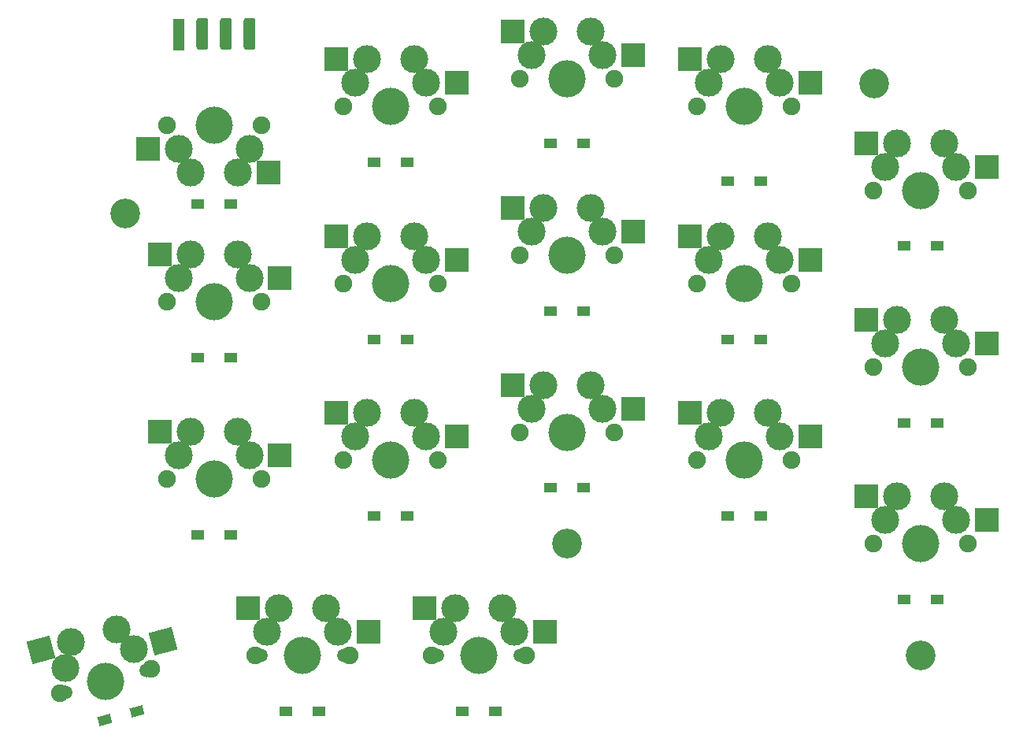
<source format=gts>
%TF.GenerationSoftware,KiCad,Pcbnew,7.0.2-0*%
%TF.CreationDate,2023-05-24T14:40:16+08:00*%
%TF.ProjectId,Input,496e7075-742e-46b6-9963-61645f706362,1*%
%TF.SameCoordinates,PX717cbc0PY58b1140*%
%TF.FileFunction,Soldermask,Top*%
%TF.FilePolarity,Negative*%
%FSLAX46Y46*%
G04 Gerber Fmt 4.6, Leading zero omitted, Abs format (unit mm)*
G04 Created by KiCad (PCBNEW 7.0.2-0) date 2023-05-24 14:40:16*
%MOMM*%
%LPD*%
G01*
G04 APERTURE LIST*
G04 Aperture macros list*
%AMRoundRect*
0 Rectangle with rounded corners*
0 $1 Rounding radius*
0 $2 $3 $4 $5 $6 $7 $8 $9 X,Y pos of 4 corners*
0 Add a 4 corners polygon primitive as box body*
4,1,4,$2,$3,$4,$5,$6,$7,$8,$9,$2,$3,0*
0 Add four circle primitives for the rounded corners*
1,1,$1+$1,$2,$3*
1,1,$1+$1,$4,$5*
1,1,$1+$1,$6,$7*
1,1,$1+$1,$8,$9*
0 Add four rect primitives between the rounded corners*
20,1,$1+$1,$2,$3,$4,$5,0*
20,1,$1+$1,$4,$5,$6,$7,0*
20,1,$1+$1,$6,$7,$8,$9,0*
20,1,$1+$1,$8,$9,$2,$3,0*%
%AMRotRect*
0 Rectangle, with rotation*
0 The origin of the aperture is its center*
0 $1 length*
0 $2 width*
0 $3 Rotation angle, in degrees counterclockwise*
0 Add horizontal line*
21,1,$1,$2,0,0,$3*%
G04 Aperture macros list end*
%ADD10C,1.900000*%
%ADD11C,3.000000*%
%ADD12C,4.000000*%
%ADD13R,2.550000X2.500000*%
%ADD14C,3.200000*%
%ADD15R,1.400000X1.000000*%
%ADD16RotRect,1.400000X1.000000X15.000000*%
%ADD17R,1.270000X3.429000*%
%ADD18RoundRect,0.317500X-0.317500X-1.397000X0.317500X-1.397000X0.317500X1.397000X-0.317500X1.397000X0*%
%ADD19RotRect,2.550000X2.500000X195.000000*%
%ADD20C,1.500000*%
G04 APERTURE END LIST*
D10*
%TO.C,SW20*%
X13920000Y21000000D03*
D11*
X15190000Y23540000D03*
D12*
X19000000Y21000000D03*
D11*
X21540000Y26080000D03*
D10*
X24080000Y21000000D03*
%TD*%
D11*
%TO.C,SW17*%
X16460000Y26080000D03*
X22810000Y23540000D03*
D13*
X13158000Y26080000D03*
X26085000Y23540000D03*
%TD*%
D14*
%TO.C,H1*%
X38000000Y-26000000D03*
%TD*%
D11*
%TO.C,SW29*%
X16460000Y7080000D03*
X22810000Y4540000D03*
D13*
X13158000Y7080000D03*
X26085000Y4540000D03*
%TD*%
D15*
%TO.C,D27*%
X55225000Y-4000000D03*
X58775000Y-4000000D03*
%TD*%
%TO.C,D18*%
X-1775000Y10500000D03*
X1775000Y10500000D03*
%TD*%
D10*
%TO.C,SW22*%
X51920000Y21000000D03*
D11*
X53190000Y23540000D03*
D12*
X57000000Y21000000D03*
D11*
X59540000Y26080000D03*
D10*
X62080000Y21000000D03*
%TD*%
%TO.C,SW44*%
X13920000Y-17000000D03*
D11*
X15190000Y-14460000D03*
D12*
X19000000Y-17000000D03*
D11*
X21540000Y-11920000D03*
D10*
X24080000Y-17000000D03*
%TD*%
D11*
%TO.C,SW15*%
X54460000Y26080000D03*
X60810000Y23540000D03*
D13*
X51158000Y26080000D03*
X64085000Y23540000D03*
%TD*%
D15*
%TO.C,D15*%
X55225000Y13000000D03*
X58775000Y13000000D03*
%TD*%
D10*
%TO.C,SW34*%
X51920000Y2000000D03*
D11*
X53190000Y4540000D03*
D12*
X57000000Y2000000D03*
D11*
X59540000Y7080000D03*
D10*
X62080000Y2000000D03*
%TD*%
D15*
%TO.C,D52*%
X26725016Y-44000000D03*
X30275016Y-44000000D03*
%TD*%
%TO.C,D16*%
X36225000Y17000000D03*
X39775000Y17000000D03*
%TD*%
D11*
%TO.C,SW26*%
X73460000Y-1920000D03*
X79810000Y-4460000D03*
D13*
X70158000Y-1920000D03*
X83085000Y-4460000D03*
%TD*%
D10*
%TO.C,SW21*%
X32920000Y24000000D03*
D11*
X34190000Y26540000D03*
D12*
X38000000Y24000000D03*
D11*
X40540000Y29080000D03*
D10*
X43080000Y24000000D03*
%TD*%
%TO.C,SW19*%
X5080000Y19000000D03*
D11*
X3810000Y16460000D03*
D12*
X0Y19000000D03*
D11*
X-2540000Y13920000D03*
D10*
X-5080000Y19000000D03*
%TD*%
%TO.C,SW45*%
X32920000Y-14000000D03*
D11*
X34190000Y-11460000D03*
D12*
X38000000Y-14000000D03*
D11*
X40540000Y-8920000D03*
D10*
X43080000Y-14000000D03*
%TD*%
D11*
%TO.C,SW38*%
X73460000Y-20920000D03*
X79810000Y-23460000D03*
D13*
X70158000Y-20920000D03*
X83085000Y-23460000D03*
%TD*%
D16*
%TO.C,D54*%
X-11714518Y-44959404D03*
X-8285482Y-44040596D03*
%TD*%
D10*
%TO.C,SW33*%
X32920000Y5000000D03*
D11*
X34190000Y7540000D03*
D12*
X38000000Y5000000D03*
D11*
X40540000Y10080000D03*
D10*
X43080000Y5000000D03*
%TD*%
D11*
%TO.C,SW27*%
X54460000Y7080000D03*
X60810000Y4540000D03*
D13*
X51158000Y7080000D03*
X64085000Y4540000D03*
%TD*%
D10*
%TO.C,SW47*%
X70920000Y-26000000D03*
D11*
X72190000Y-23460000D03*
D12*
X76000000Y-26000000D03*
D11*
X78540000Y-20920000D03*
D10*
X81080000Y-26000000D03*
%TD*%
D15*
%TO.C,D53*%
X7725000Y-44000000D03*
X11275000Y-44000000D03*
%TD*%
%TO.C,D39*%
X55225000Y-23000000D03*
X58775000Y-23000000D03*
%TD*%
D11*
%TO.C,SW52*%
X25960000Y-32920000D03*
X32310000Y-35460000D03*
D13*
X22658000Y-32920000D03*
X35585000Y-35460000D03*
%TD*%
D10*
%TO.C,SW32*%
X13920000Y2000000D03*
D11*
X15190000Y4540000D03*
D12*
X19000000Y2000000D03*
D11*
X21540000Y7080000D03*
D10*
X24080000Y2000000D03*
%TD*%
D15*
%TO.C,D42*%
X-1775000Y-25000000D03*
X1775000Y-25000000D03*
%TD*%
%TO.C,D30*%
X-1775000Y-6000000D03*
X1775000Y-6000000D03*
%TD*%
%TO.C,D28*%
X36225000Y-1000000D03*
X39775000Y-1000000D03*
%TD*%
D10*
%TO.C,SW35*%
X70920000Y-7000000D03*
D11*
X72190000Y-4460000D03*
D12*
X76000000Y-7000000D03*
D11*
X78540000Y-1920000D03*
D10*
X81080000Y-7000000D03*
%TD*%
%TO.C,SW43*%
X-5080000Y-19000000D03*
D11*
X-3810000Y-16460000D03*
D12*
X0Y-19000000D03*
D11*
X2540000Y-13920000D03*
D10*
X5080000Y-19000000D03*
%TD*%
%TO.C,SW31*%
X-5080000Y0D03*
D11*
X-3810000Y2540000D03*
D12*
X0Y0D03*
D11*
X2540000Y5080000D03*
D10*
X5080000Y0D03*
%TD*%
D11*
%TO.C,SW28*%
X35460000Y10080000D03*
X41810000Y7540000D03*
D13*
X32158000Y10080000D03*
X45085000Y7540000D03*
%TD*%
D14*
%TO.C,H2*%
X76000000Y-38000000D03*
%TD*%
D11*
%TO.C,SW42*%
X-2540000Y-13920000D03*
X3810000Y-16460000D03*
D13*
X-5842000Y-13920000D03*
X7085000Y-16460000D03*
%TD*%
D11*
%TO.C,SW14*%
X73460000Y17080000D03*
X79810000Y14540000D03*
D13*
X70158000Y17080000D03*
X83085000Y14540000D03*
%TD*%
D11*
%TO.C,SW30*%
X-2540000Y5080000D03*
X3810000Y2540000D03*
D13*
X-5842000Y5080000D03*
X7085000Y2540000D03*
%TD*%
D14*
%TO.C,H3*%
X71000000Y23500000D03*
%TD*%
D17*
%TO.C,J1*%
X-3810000Y28722000D03*
D18*
X-1270000Y28849000D03*
X1270000Y28849000D03*
X3810000Y28849000D03*
%TD*%
D15*
%TO.C,D26*%
X74225000Y-13000000D03*
X77775000Y-13000000D03*
%TD*%
D11*
%TO.C,SW53*%
X6960000Y-32920000D03*
X13310000Y-35460000D03*
D13*
X3658000Y-32920000D03*
X16585000Y-35460000D03*
%TD*%
D14*
%TO.C,H4*%
X-9500000Y9500000D03*
%TD*%
D11*
%TO.C,SW18*%
X2540000Y13920000D03*
X-3810000Y16460000D03*
D13*
X5842000Y13920000D03*
X-7085000Y16460000D03*
%TD*%
D10*
%TO.C,SW23*%
X70920000Y12000000D03*
D11*
X72190000Y14540000D03*
D12*
X76000000Y12000000D03*
D11*
X78540000Y17080000D03*
D10*
X81080000Y12000000D03*
%TD*%
D11*
%TO.C,SW40*%
X35460000Y-8920000D03*
X41810000Y-11460000D03*
D13*
X32158000Y-8920000D03*
X45085000Y-11460000D03*
%TD*%
D11*
%TO.C,SW41*%
X16460000Y-11920000D03*
X22810000Y-14460000D03*
D13*
X13158000Y-11920000D03*
X26085000Y-14460000D03*
%TD*%
D15*
%TO.C,D14*%
X74225000Y6000000D03*
X77775000Y6000000D03*
%TD*%
%TO.C,D17*%
X17225000Y15000000D03*
X20775000Y15000000D03*
%TD*%
D11*
%TO.C,SW39*%
X54460000Y-11920000D03*
X60810000Y-14460000D03*
D13*
X51158000Y-11920000D03*
X64085000Y-14460000D03*
%TD*%
D15*
%TO.C,D40*%
X36225000Y-20000000D03*
X39775000Y-20000000D03*
%TD*%
D10*
%TO.C,SW46*%
X51920000Y-17000000D03*
D11*
X53190000Y-14460000D03*
D12*
X57000000Y-17000000D03*
D11*
X59540000Y-11920000D03*
D10*
X62080000Y-17000000D03*
%TD*%
D15*
%TO.C,D29*%
X17225000Y-4000000D03*
X20775000Y-4000000D03*
%TD*%
D11*
%TO.C,SW16*%
X35460000Y29080000D03*
X41810000Y26540000D03*
D13*
X32158000Y29080000D03*
X45085000Y26540000D03*
%TD*%
D11*
%TO.C,SW54*%
X-15403252Y-36532497D03*
X-8612223Y-37342448D03*
D19*
X-18592739Y-37387118D03*
X-5448816Y-36494815D03*
%TD*%
D15*
%TO.C,D38*%
X74225000Y-32000000D03*
X77775000Y-32000000D03*
%TD*%
%TO.C,D41*%
X17225000Y-23000000D03*
X20775000Y-23000000D03*
%TD*%
D10*
%TO.C,SW55*%
X-6728093Y-39467199D03*
D20*
X-7288330Y-39617314D03*
D11*
X-10496345Y-35217696D03*
D12*
X-11634996Y-40782000D03*
D11*
X-15972574Y-39314649D03*
D20*
X-15981662Y-41946686D03*
D10*
X-16541899Y-42096801D03*
%TD*%
%TO.C,SW56*%
X14580004Y-38000000D03*
D20*
X14000004Y-38000000D03*
D11*
X12040004Y-32920000D03*
D12*
X9500004Y-38000000D03*
D11*
X5690004Y-35460000D03*
D20*
X5000004Y-38000000D03*
D10*
X4420004Y-38000000D03*
%TD*%
%TO.C,SW57*%
X33580000Y-38000000D03*
D20*
X33000000Y-38000000D03*
D11*
X31040000Y-32920000D03*
D12*
X28500000Y-38000000D03*
D11*
X24690000Y-35460000D03*
D20*
X24000000Y-38000000D03*
D10*
X23420000Y-38000000D03*
%TD*%
M02*

</source>
